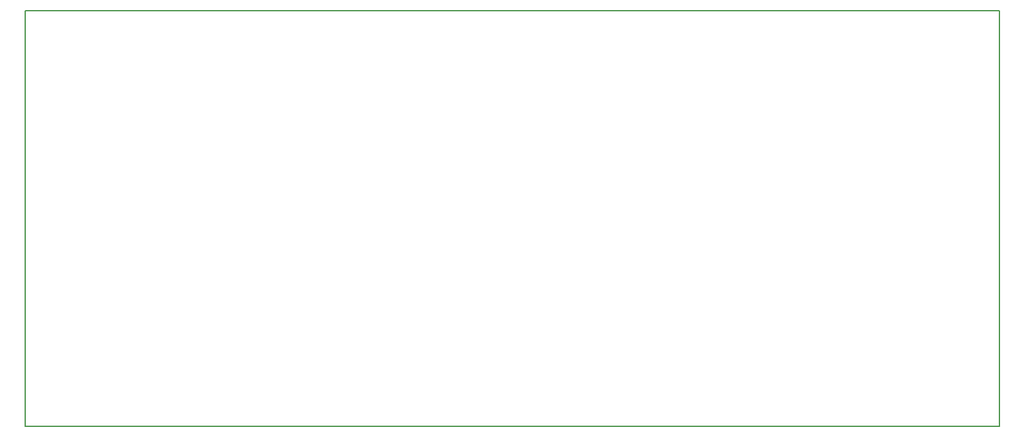
<source format=gbr>
G04 #@! TF.FileFunction,Profile,NP*
%FSLAX46Y46*%
G04 Gerber Fmt 4.6, Leading zero omitted, Abs format (unit mm)*
G04 Created by KiCad (PCBNEW 4.0.6) date 07/08/17 15:03:49*
%MOMM*%
%LPD*%
G01*
G04 APERTURE LIST*
%ADD10C,0.100000*%
%ADD11C,0.150000*%
G04 APERTURE END LIST*
D10*
D11*
X75057000Y-101536500D02*
X206038500Y-101536500D01*
X75057000Y-157480000D02*
X75057000Y-101536500D01*
X206038500Y-157480000D02*
X75057000Y-157480000D01*
X206038500Y-101536500D02*
X206038500Y-157480000D01*
M02*

</source>
